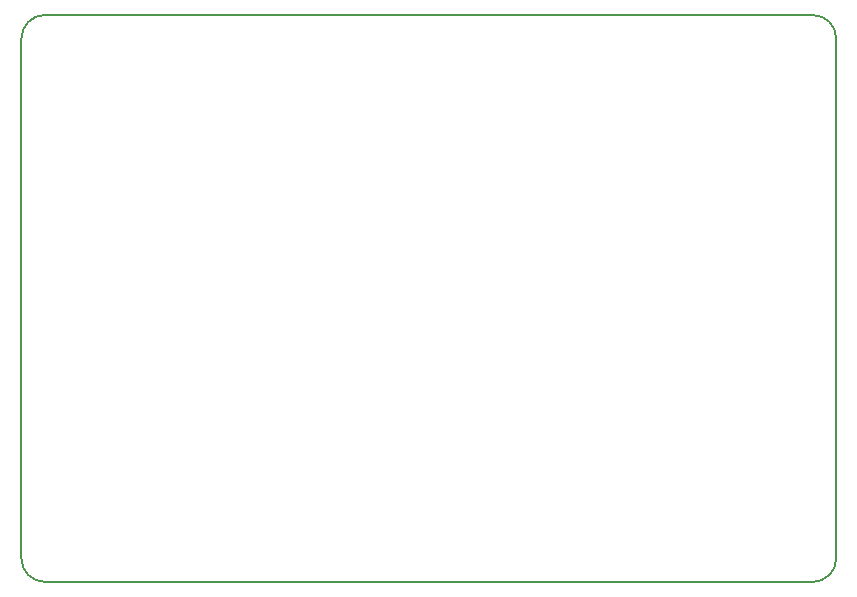
<source format=gbr>
G04 #@! TF.GenerationSoftware,KiCad,Pcbnew,(5.0.1)-3*
G04 #@! TF.CreationDate,2021-02-17T13:04:12+05:45*
G04 #@! TF.ProjectId,Logic-circuit,4C6F6769632D636972637569742E6B69,rev?*
G04 #@! TF.SameCoordinates,Original*
G04 #@! TF.FileFunction,Profile,NP*
%FSLAX46Y46*%
G04 Gerber Fmt 4.6, Leading zero omitted, Abs format (unit mm)*
G04 Created by KiCad (PCBNEW (5.0.1)-3) date 2/17/2021 1:04:12 PM*
%MOMM*%
%LPD*%
G01*
G04 APERTURE LIST*
%ADD10C,0.150000*%
G04 APERTURE END LIST*
D10*
X57000000Y-94000000D02*
X57000000Y-50000000D01*
X124000000Y-96000000D02*
X59000000Y-96000000D01*
X126000000Y-50000000D02*
X126000000Y-94000000D01*
X59000000Y-48000000D02*
X124000000Y-48000000D01*
X57000000Y-50000000D02*
G75*
G02X59000000Y-48000000I2000000J0D01*
G01*
X124000000Y-48000000D02*
G75*
G02X126000000Y-50000000I0J-2000000D01*
G01*
X126000000Y-94000000D02*
G75*
G02X124000000Y-96000000I-2000000J0D01*
G01*
X59000000Y-96000000D02*
G75*
G02X57000000Y-94000000I0J2000000D01*
G01*
M02*

</source>
